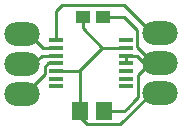
<source format=gtl>
G04 Layer_Physical_Order=1*
G04 Layer_Color=255*
%FSAX25Y25*%
%MOIN*%
G70*
G01*
G75*
%ADD10R,0.04724X0.04331*%
%ADD11R,0.05512X0.05906*%
%ADD12R,0.04528X0.01772*%
%ADD13C,0.01000*%
%ADD14C,0.00000*%
%ADD15O,0.11811X0.07874*%
D10*
X0623819Y0106299D02*
D03*
X0617126D02*
D03*
D11*
X0616142Y0074803D02*
D03*
X0624213D02*
D03*
D12*
X0631496Y0098425D02*
D03*
Y0095866D02*
D03*
Y0093307D02*
D03*
Y0090748D02*
D03*
Y0088189D02*
D03*
Y0085630D02*
D03*
Y0083071D02*
D03*
X0608268D02*
D03*
Y0085630D02*
D03*
Y0088189D02*
D03*
Y0090748D02*
D03*
Y0093307D02*
D03*
Y0095866D02*
D03*
Y0098425D02*
D03*
D13*
X0631386Y0095976D02*
X0631496Y0095866D01*
X0608268Y0098425D02*
X0608268Y0098425D01*
X0631496Y0095693D02*
Y0095866D01*
Y0095693D02*
X0631669D01*
X0631496Y0090748D02*
Y0093307D01*
X0623819Y0106299D02*
X0630905D01*
X0624213Y0074803D02*
X0630905D01*
X0616142Y0072835D02*
Y0074803D01*
X0618626Y0070350D02*
X0629602D01*
X0616142Y0072835D02*
X0618626Y0070350D01*
X0616142Y0074803D02*
Y0088583D01*
X0623551Y0095976D02*
X0631386D01*
X0617126Y0102402D02*
Y0106299D01*
X0608268Y0098425D02*
Y0108268D01*
X0610236Y0110236D01*
X0630905D01*
X0608268Y0088189D02*
X0615748D01*
X0623543Y0095984D01*
X0617126Y0102402D02*
X0623543Y0095984D01*
X0597717Y0080591D02*
X0604331Y0087205D01*
Y0089567D01*
X0605512Y0090748D01*
X0608268D01*
X0596850Y0080591D02*
X0597717D01*
X0596850Y0090591D02*
X0600630D01*
X0603346Y0093307D01*
X0608268D01*
X0596850Y0100591D02*
X0599213D01*
X0603937Y0095866D01*
X0608268D01*
X0631496Y0093307D02*
X0635236D01*
X0630905Y0106299D02*
X0635260Y0101945D01*
X0635236Y0093307D02*
X0637638Y0090905D01*
X0635260Y0096039D02*
Y0101945D01*
Y0096039D02*
X0640394Y0090905D01*
X0635433Y0086811D02*
X0639528Y0090905D01*
X0637638D02*
X0639528D01*
X0640394D01*
X0642913D01*
X0632037Y0075935D02*
X0634301Y0078199D01*
X0635433Y0079331D02*
Y0086811D01*
X0629602Y0070350D02*
X0640158Y0080905D01*
X0642913D01*
X0630905Y0110236D02*
X0640236Y0100906D01*
X0642913D01*
X0630905Y0074803D02*
X0632037Y0075935D01*
X0634301Y0078199D02*
X0635433Y0079331D01*
D14*
X0631496Y0098425D02*
Y0098921D01*
D15*
X0642913Y0080905D02*
D03*
Y0090905D02*
D03*
Y0100906D02*
D03*
X0596850Y0080591D02*
D03*
Y0090591D02*
D03*
Y0100591D02*
D03*
M02*

</source>
